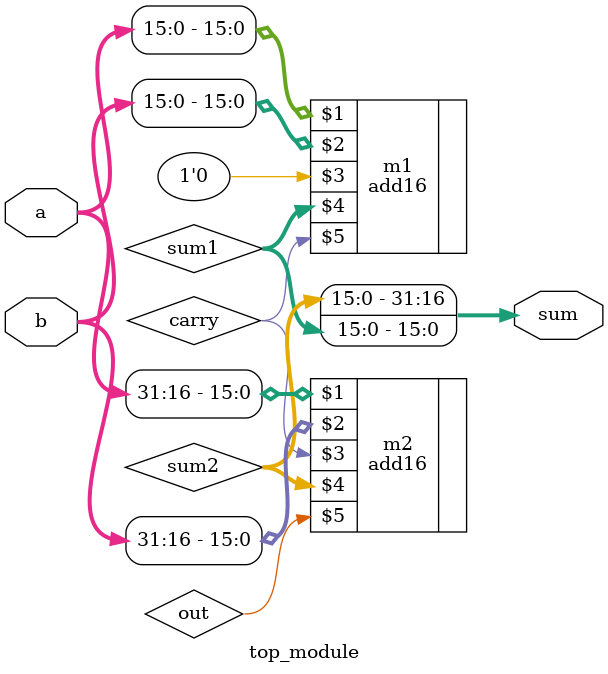
<source format=v>
module top_module(
    input [31:0] a,
    input [31:0] b,
    output [31:0] sum
);

    wire [15:0] sum1 , sum2;
    wire carry;
    wire out ;

    add16 m1(a[15:0] , b[15:0] , 1'b0 , sum1 , carry);
    add16 m2(a[31:16] , b[31:16] , carry , sum2 , out);

    assign sum = {sum2 , sum1};

endmodule
</source>
